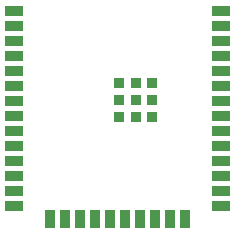
<source format=gbr>
%TF.GenerationSoftware,KiCad,Pcbnew,7.0.9*%
%TF.CreationDate,2024-05-28T15:48:04+02:00*%
%TF.ProjectId,ESP_DB_v1.0,4553505f-4442-45f7-9631-2e302e6b6963,rev?*%
%TF.SameCoordinates,Original*%
%TF.FileFunction,Paste,Bot*%
%TF.FilePolarity,Positive*%
%FSLAX46Y46*%
G04 Gerber Fmt 4.6, Leading zero omitted, Abs format (unit mm)*
G04 Created by KiCad (PCBNEW 7.0.9) date 2024-05-28 15:48:04*
%MOMM*%
%LPD*%
G01*
G04 APERTURE LIST*
%ADD10R,1.500000X0.900000*%
%ADD11R,0.900000X1.500000*%
%ADD12R,0.900000X0.900000*%
G04 APERTURE END LIST*
D10*
%TO.C,U3*%
X103750000Y-60845000D03*
X103750000Y-62115000D03*
X103750000Y-63385000D03*
X103750000Y-64655000D03*
X103750000Y-65925000D03*
X103750000Y-67195000D03*
X103750000Y-68465000D03*
X103750000Y-69735000D03*
X103750000Y-71005000D03*
X103750000Y-72275000D03*
X103750000Y-73545000D03*
X103750000Y-74815000D03*
X103750000Y-76085000D03*
X103750000Y-77355000D03*
D11*
X100715000Y-78450000D03*
X99445000Y-78450000D03*
X98175000Y-78450000D03*
X96905000Y-78450000D03*
X95635000Y-78450000D03*
X94365000Y-78450000D03*
X93095000Y-78450000D03*
X91825000Y-78450000D03*
X90555000Y-78450000D03*
X89285000Y-78450000D03*
D10*
X86250000Y-77355000D03*
X86250000Y-76085000D03*
X86250000Y-74815000D03*
X86250000Y-73545000D03*
X86250000Y-72275000D03*
X86250000Y-71005000D03*
X86250000Y-69735000D03*
X86250000Y-68465000D03*
X86250000Y-67195000D03*
X86250000Y-65925000D03*
X86250000Y-64655000D03*
X86250000Y-63385000D03*
X86250000Y-62115000D03*
X86250000Y-60845000D03*
D12*
X97900000Y-69810000D03*
X97900000Y-68410000D03*
X97900000Y-67010000D03*
X96500000Y-69810000D03*
X96500000Y-68410000D03*
X96500000Y-67010000D03*
X95100000Y-69810000D03*
X95100000Y-68410000D03*
X95100000Y-67010000D03*
%TD*%
M02*

</source>
